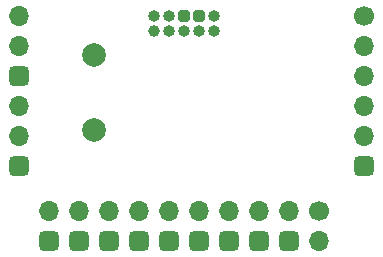
<source format=gbs>
%TF.GenerationSoftware,KiCad,Pcbnew,7.0.1*%
%TF.CreationDate,2023-05-29T15:36:50+02:00*%
%TF.ProjectId,stlink-converter,73746c69-6e6b-42d6-936f-6e7665727465,rev?*%
%TF.SameCoordinates,Original*%
%TF.FileFunction,Soldermask,Bot*%
%TF.FilePolarity,Negative*%
%FSLAX46Y46*%
G04 Gerber Fmt 4.6, Leading zero omitted, Abs format (unit mm)*
G04 Created by KiCad (PCBNEW 7.0.1) date 2023-05-29 15:36:50*
%MOMM*%
%LPD*%
G01*
G04 APERTURE LIST*
G04 Aperture macros list*
%AMRoundRect*
0 Rectangle with rounded corners*
0 $1 Rounding radius*
0 $2 $3 $4 $5 $6 $7 $8 $9 X,Y pos of 4 corners*
0 Add a 4 corners polygon primitive as box body*
4,1,4,$2,$3,$4,$5,$6,$7,$8,$9,$2,$3,0*
0 Add four circle primitives for the rounded corners*
1,1,$1+$1,$2,$3*
1,1,$1+$1,$4,$5*
1,1,$1+$1,$6,$7*
1,1,$1+$1,$8,$9*
0 Add four rect primitives between the rounded corners*
20,1,$1+$1,$2,$3,$4,$5,0*
20,1,$1+$1,$4,$5,$6,$7,0*
20,1,$1+$1,$6,$7,$8,$9,0*
20,1,$1+$1,$8,$9,$2,$3,0*%
G04 Aperture macros list end*
%ADD10C,2.000000*%
%ADD11C,1.000000*%
%ADD12O,1.000000X1.000000*%
%ADD13RoundRect,0.250000X0.250000X-0.250000X0.250000X0.250000X-0.250000X0.250000X-0.250000X-0.250000X0*%
%ADD14RoundRect,0.425000X-0.425000X0.425000X-0.425000X-0.425000X0.425000X-0.425000X0.425000X0.425000X0*%
%ADD15O,1.700000X1.700000*%
%ADD16C,1.700000*%
%ADD17RoundRect,0.425000X-0.425000X-0.425000X0.425000X-0.425000X0.425000X0.425000X-0.425000X0.425000X0*%
%ADD18RoundRect,0.425000X0.425000X0.425000X-0.425000X0.425000X-0.425000X-0.425000X0.425000X-0.425000X0*%
G04 APERTURE END LIST*
D10*
%TO.C,H1*%
X101600000Y-73152000D03*
%TD*%
D11*
%TO.C,J3*%
X106680000Y-71120000D03*
D12*
X106680000Y-69850000D03*
X107950000Y-71120000D03*
X107950000Y-69850000D03*
X109220000Y-71120000D03*
D13*
X109220000Y-69850000D03*
D12*
X110490000Y-71120000D03*
D13*
X110490000Y-69850000D03*
D12*
X111760000Y-71120000D03*
X111760000Y-69850000D03*
%TD*%
D14*
%TO.C,J1*%
X97790000Y-88900000D03*
D15*
X97790000Y-86360000D03*
D14*
X100330000Y-88900000D03*
D15*
X100330000Y-86360000D03*
D14*
X102870000Y-88900000D03*
D15*
X102870000Y-86360000D03*
D14*
X105410000Y-88900000D03*
D15*
X105410000Y-86360000D03*
D14*
X107950000Y-88900000D03*
D15*
X107950000Y-86360000D03*
D14*
X110490000Y-88900000D03*
D15*
X110490000Y-86360000D03*
D14*
X113030000Y-88900000D03*
D15*
X113030000Y-86360000D03*
D14*
X115570000Y-88900000D03*
D15*
X115570000Y-86360000D03*
D14*
X118110000Y-88900000D03*
D15*
X118110000Y-86360000D03*
X120650000Y-88900000D03*
D16*
X120650000Y-86360000D03*
%TD*%
%TO.C,J4*%
X124460000Y-69850000D03*
D15*
X124460000Y-72390000D03*
X124460000Y-74930000D03*
X124460000Y-77470000D03*
X124460000Y-80010000D03*
D17*
X124460000Y-82550000D03*
%TD*%
D15*
%TO.C,J2*%
X95250000Y-69850000D03*
X95250000Y-72390000D03*
D18*
X95250000Y-74930000D03*
D15*
X95250000Y-77470000D03*
X95250000Y-80010000D03*
D18*
X95250000Y-82550000D03*
%TD*%
D10*
%TO.C,H2*%
X101600000Y-79502000D03*
%TD*%
M02*

</source>
